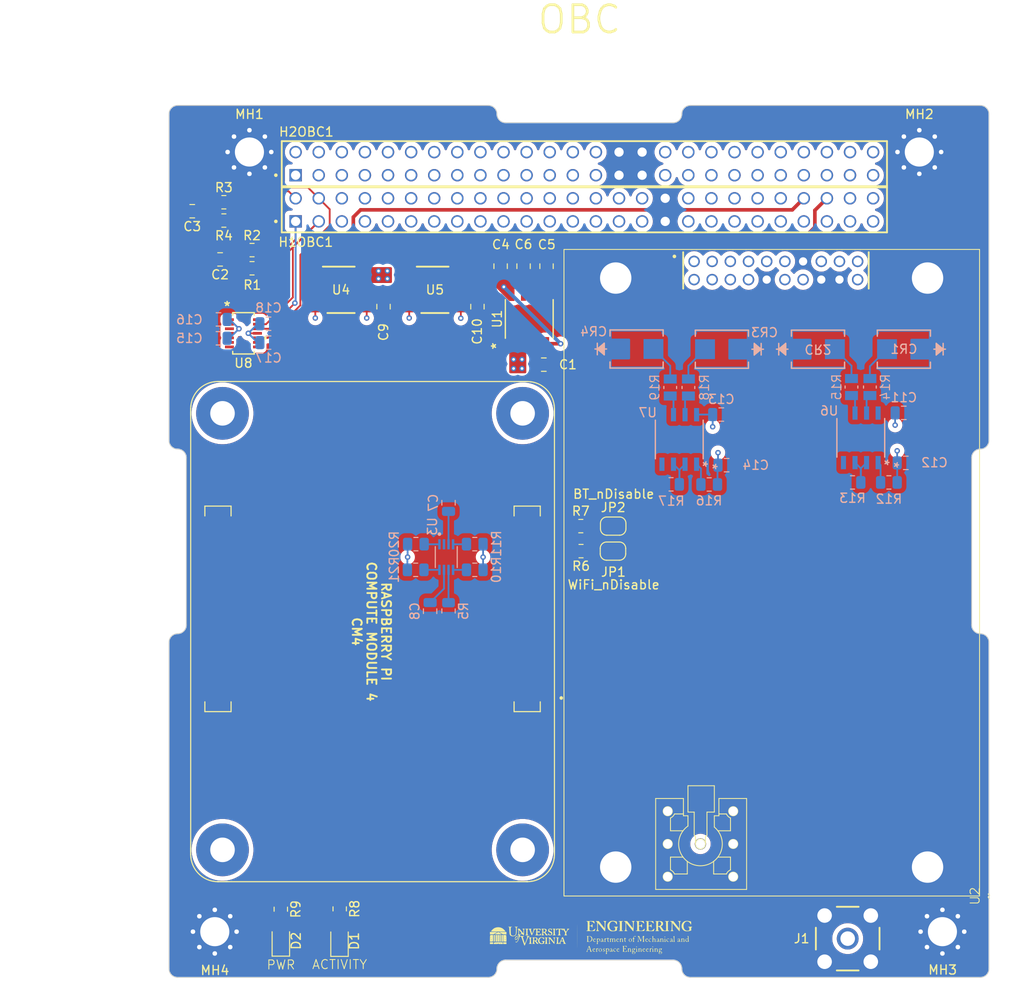
<source format=kicad_pcb>
(kicad_pcb (version 20241229) (generator "pcbnew") (generator_version "9.0")
  (title_block (title "HEDGE 2") (date "2025-06-29") (rev "V0.8") (company "University of Virginia") (comment 1 "Department of Mechanical and Aerospace Engineering"))
  (layers (0 "F.Cu" mixed) (4 "In1.Cu" mixed) (6 "In2.Cu" mixed) (2 "B.Cu" mixed) (13 "F.Paste" user) (15 "B.Paste" user) (5 "F.SilkS" user "F.Silkscreen") (7 "B.SilkS" user "B.Silkscreen") (1 "F.Mask" user) (3 "B.Mask" user) (25 "Edge.Cuts" user))
  (net 0 "")
  (net 24 "+3V3")
  (net 25 "GND")
  (net 43 "+5V_CM4")
  (net 56 "/UART_E_TX")
  (net 57 "/UART_E_RX")
  (net 58 "/UART_D_TX")
  (net 59 "/UART_D_RX")
  (net 60 "/UART_B_TX")
  (net 61 "Net-(U1-BYP)")
  (net 62 "/CAN_B_L")
  (net 63 "/UART_B_RX")
  (net 64 "/ENA_PWR_3")
  (net 65 "/PWR_3")
  (net 66 "/ENA_PWR_1")
  (net 67 "/UART_A_TX")
  (net 68 "/CAN_A_H")
  (net 69 "Net-(C2-Pad1)")
  (net 70 "/5V_PERM")
  (net 71 "/ENA_PWR_4")
  (net 72 "/PWR_4")
  (net 73 "/UART_A_RX")
  (net 74 "/ENA_PWR_2")
  (net 75 "Net-(C3-Pad1)")
  (net 76 "/CAN_A_L")
  (net 77 "/UART_C_TX")
  (net 78 "/UART_C_RX")
  (net 79 "/CAN_B_H")
  (net 80 "+5V_OEM719B")
  (net 81 "Net-(U1-REF)")
  (net 82 "/BATT")
  (net 83 "/DS_B")
  (net 84 "/ENA_PWR_7")
  (net 85 "/PWR_7")
  (net 86 "/RBF_A")
  (net 87 "/PWR_8")
  (net 88 "/PWR_5")
  (net 89 "/DS_A")
  (net 90 "/PWR_6")
  (net 91 "/ENA_PWR_6")
  (net 92 "/ENA_PWR_8")
  (net 93 "/RBF_B")
  (net 94 "/ENA_PWR_5")
  (net 95 "/DS_C")
  (net 96 "/RBF_C")
  (net 97 "Net-(U1-VREG)")
  (net 98 "+5V_MPU")
  (net 99 "+5V_GNSS")
  (net 100 "Net-(D1-A)")
  (net 101 "Net-(D2-A)")
  (net 104 "/GNSS_RXD1")
  (net 105 "/GNSS_TXD1")
  (net 106 "Net-(JP1-A)")
  (net 107 "Net-(JP2-B)")
  (net 108 "/UART_COMM_DIR")
  (net 111 "/GNSS_RXD2")
  (net 112 "Net-(Module1A-BT_nDisable)")
  (net 114 "/CAN_A_RXD")
  (net 116 "/GNSS_NRESET_IN")
  (net 120 "/PI_nLED_Activity")
  (net 125 "/CAN_B_S")
  (net 126 "Net-(Module1A-WiFi_nDisable)")
  (net 133 "/CAN_A_TXD")
  (net 142 "/UART_SCI_A")
  (net 165 "/CAN_B_RXD")
  (net 175 "/GNSS_TXD2")
  (net 176 "/CAN_A_S")
  (net 177 "/UART_SCI_DIR")
  (net 178 "/UART_SCI_B")
  (net 185 "/GNSS_PV")
  (net 191 "/nPWR_LED")
  (net 194 "/GNSS_PPS")
  (net 221 "/CAN_B_TXD")
  (net 244 "Net-(U6-B)")
  (net 245 "Net-(U6-A)")
  (net 246 "+3V3_OEM719B")
  (net 250 "Net-(U2-ANT)")
  (net 251 "/SCL0_3V3")
  (net 252 "/SDA0_3V3")
  (net 253 "/I2C_EN")
  (net 254 "Net-(U7-B)")
  (net 255 "Net-(U7-A)")
  (net 256 "/SCL0_5V")
  (net 257 "/SDA0_5V")
  (footprint "Capacitor_SMD:C_0805_2012Metric" (layer "F.Cu") (at 166.6625 101.175 180)
    (property "Reference" "C3")
    (property "Value" "0u1")
  )
  (footprint "TCAN1046AV:SOT23_DYY_TEX" (layer "F.Cu") (at 172.29305 114.600252)
    (property "Reference" "U8")
    (property "Value" "TCAN1046AVDYYRQ1")
  )
  (footprint "Capacitor_SMD:C_0805_2012Metric" (layer "F.Cu") (at 200.57 107.22 90)
    (property "Reference" "C4")
    (property "Value" "10u")
  )
  (footprint "Capacitor_SMD:C_0805_2012Metric" (layer "F.Cu") (at 169.725 106.475 180)
    (property "Reference" "C2")
    (property "Value" "0u1")
  )
  (footprint "Capacitor_SMD:C_0805_2012Metric" (layer "F.Cu") (at 203.095 107.22 90)
    (property "Reference" "C6")
    (property "Value" "1u")
  )
  (footprint "Resistor_SMD:R_0805_2012Metric" (layer "F.Cu") (at 176.4 177.925 -90)
    (property "Reference" "R9")
    (property "Value" "45")
  )
  (footprint "ESQ-126-39-G-D:SAMTEC_ESQ-126-39-G-D" (layer "F.Cu") (at 178.03 102.285)
    (property "Reference" "H1OBC1")
    (property "Value" "Conn_02x26_Odd_Even")
  )
  (footprint "Resistor_SMD:R_0805_2012Metric" (layer "F.Cu") (at 209.4125 138.55 180)
    (property "Reference" "R6")
    (property "Value" "1k")
  )
  (footprint "LED_SMD:LED_0805_2012Metric" (layer "F.Cu") (at 176.405 181.4025 90)
    (property "Reference" "D2")
    (property "Value" "LED RED")
  )
  (footprint "Resistor_SMD:R_0805_2012Metric" (layer "F.Cu") (at 173.2375 105.45)
    (property "Reference" "R2")
    (property "Value" "60")
  )
  (footprint "Resistor_SMD:R_0805_2012Metric" (layer "F.Cu") (at 182.875 177.8875 -90)
    (property "Reference" "R8")
    (property "Value" "39")
  )
  (footprint "ESQ-126-39-G-D:SAMTEC_ESQ-126-39-G-D" (layer "F.Cu") (at 178.03 97.205)
    (property "Reference" "H2OBC1")
    (property "Value" "Conn_02x26_Odd_Even")
  )
  (footprint "ADP7158ARDZ_3_3_R7:ADP7158ARDZ-3.3-R7_ADI" (layer "F.Cu") (at 203.72 113.02 90)
    (property "Reference" "U1")
    (property "Value" "ADP7158ARDZ-3.3-R7")
  )
  (footprint "Resistor_SMD:R_0805_2012Metric" (layer "F.Cu") (at 170.1375 102.2)
    (property "Reference" "R4")
    (property "Value" "60")
  )
  (footprint "SMA_J_P_H_RA_TH1:SAMTEC_SMA-J-P-X-RA-TH1" (layer "F.Cu") (at 238.735 181.16)
    (property "Reference" "J1")
    (property "Value" "SMA-J-P-X-RA-TH1")
  )
  (footprint "Capacitor_SMD:C_0805_2012Metric" (layer "F.Cu") (at 187.694999 111.67 90)
    (property "Reference" "C9")
    (property "Value" "0.1u")
  )
  (footprint "Capacitor_SMD:C_0805_2012Metric" (layer "F.Cu") (at 198.019999 111.67 90)
    (property "Reference" "C10")
    (property "Value" "0.1u")
  )
  (footprint "CM4102008:MODULE_CM4102008" (layer "F.Cu") (at 186.49 147.4 -90)
    (property "Reference" "Module1" (hide yes))
    (property "Value" "ComputeModule4")
  )
  (footprint "MountingHole:MountingHole_3.2mm_M3_Pad_Via" (layer "F.Cu") (at 172.95 94.665)
    (property "Reference" "MH1")
    (property "Value" "MountingHole_Pad" (hide yes))
  )
  (footprint "Capacitor_SMD:C_0805_2012Metric" (layer "F.Cu") (at 205.32 118.045 180)
    (property "Reference" "C1")
    (property "Value" "1u")
  )
  (footprint "OEM719B:OEM719B" (layer "F.Cu") (at 253.235 176.475 90)
    (property "Reference" "U2")
    (property "Value" "~")
  )
  (footprint "HEDGElogo:HEDGE-logo" (layer "F.Cu") (at 210.525 181.025)
    (property "Reference" "G***" (hide yes))
    (property "Value" "LOGO" (hide yes))
  )
  (footprint "Jumper:SolderJumper-2_P1.3mm_Open_RoundedPad1.0x1.5mm" (layer "F.Cu") (at 212.925 138.55)
    (property "Reference" "JP1")
    (property "Value" "WiFi_nDisable")
  )
  (footprint "Jumper:SolderJumper-2_P1.3mm_Bridged2Bar_RoundedPad1.0x1.5mm" (layer "F.Cu") (at 212.95 135.8 180)
    (property "Reference" "JP2")
    (property "Value" "BT_nDisable")
  )
  (footprint "MountingHole:MountingHole_3.2mm_M3_Pad_Via" (layer "F.Cu") (at 169.14 180.395)
    (property "Reference" "MH4")
    (property "Value" "MountingHole_Pad" (hide yes))
  )
  (footprint "INA260AIPWR:PW0016A_L" (layer "F.Cu") (at 193.345002 109.819999)
    (property "Reference" "U5")
    (property "Value" "INA260AIPWR")
  )
  (footprint "MountingHole:MountingHole_3.2mm_M3_Pad_Via" (layer "F.Cu") (at 246.61 94.665)
    (property "Reference" "MH2")
    (property "Value" "MountingHole_Pad" (hide yes))
  )
  (footprint "MountingHole:MountingHole_3.2mm_M3_Pad_Via" (layer "F.Cu") (at 249.15 180.395)
    (property "Reference" "MH3")
    (property "Value" "MountingHole_Pad" (hide yes))
  )
  (footprint "Resistor_SMD:R_0805_2012Metric" (layer "F.Cu") (at 173.2375 107.45 180)
    (property "Reference" "R1")
    (property "Value" "60")
  )
  (footprint "INA260AIPWR:PW0016A_L" (layer "F.Cu") (at 183.020002 109.819999)
    (property "Reference" "U4")
    (property "Value" "INA260AIPWR")
  )
  (footprint "Resistor_SMD:R_0805_2012Metric" (layer "F.Cu") (at 209.3875 135.8)
    (property "Reference" "R7")
    (property "Value" "1k")
  )
  (footprint "Capacitor_SMD:C_0805_2012Metric" (layer "F.Cu") (at 205.62 107.22 90)
    (property "Reference" "C5")
    (property "Value" "1u")
  )
  (footprint "LED_SMD:LED_0805_2012Metric" (layer "F.Cu") (at 182.855 181.4275 90)
    (property "Reference" "D1")
    (property "Value" "LED GREEN")
  )
  (footprint "Resistor_SMD:R_0805_2012Metric" (layer "F.Cu") (at 170.1375 100.1875 180)
    (property "Reference" "R3")
    (property "Value" "60")
  )
  (footprint "Resistor_SMD:R_0805_2012Metric" (layer "B.Cu") (at 243.2647 130.997902 180)
    (property "Reference" "R12")
    (property "Value" "10k")
  )
  (footprint "SMBJ43CA:SMBJSeries_LTF" (layer "B.Cu") (at 215.5208 116.325)
    (property "Reference" "CR4")
    (property "Value" "SMBJ43CA")
  )
  (footprint "TXS0102QDCURQ1:SOP50P310X90-8N" (layer "B.Cu") (at 194.5925 139.205 -90)
    (property "Reference" "U3")
    (property "Value" "TXS0102QDCURQ1")
  )
  (footprint "CRGP0805F10R:RESC2012X65N" (layer "B.Cu") (at 241.175 120.51 90)
    (property "Reference" "R14")
    (property "Value" "CRGP0805F10R")
  )
  (footprint "SMBJ43CA:SMBJSeries_LTF" (layer "B.Cu") (at 244.9126 116.345 180)
    (property "Reference" "CR1")
    (property "Value" "SMBJ43CA")
  )
  (footprint "CRGP0805F10R:RESC2012X65N" (layer "B.Cu") (at 219.2199 120.5583 90)
    (property "Reference" "R19")
    (property "Value" "CRGP0805F10R")
  )
  (footprint "Capacitor_SMD:C_0805_2012Metric" (layer "B.Cu") (at 244.9022 123.347902 180)
    (property "Reference" "C11")
    (property "Value" "100n")
  )
  (footprint "Resistor_SMD:R_0805_2012Metric" (layer "B.Cu") (at 197.73 137.7825)
    (property "Reference" "R11")
    (property "Value" "4k7")
  )
  (footprint "Capacitor_SMD:C_0805_2012Metric" (layer "B.Cu") (at 224.8375 123.5333 180)
    (property "Reference" "C13")
    (property "Value" "100n")
  )
  (footprint "Capacitor_SMD:C_0805_2012Metric" (layer "B.Cu") (at 169.55 115.15 180)
    (property "Reference" "C15")
    (property "Value" "4u7")
  )
  (footprint "Capacitor_SMD:C_0805_2012Metric" (layer "B.Cu") (at 192.8175 145.1575 -90)
    (property "Reference" "C8")
    (property "Value" "0u1")
  )
  (footprint "Resistor_SMD:R_0805_2012Metric" (layer "B.Cu") (at 194.8425 145.1325 90)
    (property "Reference" "R5")
    (property "Value" "10k")
  )
  (footprint "CRGP0805F10R:RESC2012X65N" (layer "B.Cu") (at 221.2199 120.5583 90)
    (property "Reference" "R18")
    (property "Value" "CRGP0805F10R")
  )
  (footprint "CRGP0805F10R:RESC2012X65N" (layer "B.Cu") (at 239.15 120.51 90)
    (property "Reference" "R15")
    (property "Value" "CRGP0805F10R")
  )
  (footprint "Resistor_SMD:R_0805_2012Metric" (layer "B.Cu") (at 191.255 137.7825 180)
    (property "Reference" "R20")
    (property "Value" "4k7")
  )
  (footprint "SN65HVD1782QDRQ1:D8_TEX" (layer "B.Cu") (at 220.2149 126.27245 90)
    (property "Reference" "U7")
    (property "Value" "SN65HVD1782QDRQ1")
  )
  (footprint "Capacitor_SMD:C_0805_2012Metric" (layer "B.Cu") (at 169.55 113.075 180)
    (property "Reference" "C16")
    (property "Value" "0u1")
  )
  (footprint "SMBJ43CA:SMBJSeries_LTF" (layer "B.Cu") (at 235.4708 116.345)
    (property "Reference" "CR2")
    (property "Value" "SMBJ43CA")
  )
  (footprint "Resistor_SMD:R_0805_2012Metric" (layer "B.Cu") (at 191.23 140.6075 180)
    (property "Reference" "R21")
    (property "Value" "4k7")
  )
  (footprint "Capacitor_SMD:C_0805_2012Metric" (layer "B.Cu") (at 175.05 115.625)
    (property "Reference" "C17")
    (property "Value" "4u7")
  )
  (footprint "Capacitor_SMD:C_0805_2012Metric" (layer "B.Cu") (at 194.8425 133.2325 -90)
    (property "Reference" "C7")
    (property "Value" "0u1")
  )
  (footprint "Resistor_SMD:R_0805_2012Metric" (layer "B.Cu") (at 197.73 140.6075)
    (property "Reference" "R10")
    (property "Value" "4k7")
  )
  (footprint "SMBJ43CA:SMBJSeries_LTF" (layer "B.Cu") (at 224.9 116.35 180)
    (property "Reference" "CR3")
    (property "Value" "SMBJ43CA")
  )
  (footprint "Capacitor_SMD:C_0805_2012Metric" (layer "B.Cu") (at 175.05 113.55)
    (property "Reference" "C18")
    (property "Value" "0u1")
  )
  (footprint "Capacitor_SMD:C_0805_2012Metric" (layer "B.Cu") (at 245.1272 128.847902 180)
    (property "Reference" "C12")
    (property "Value" "100n")
  )
  (footprint "Capacitor_SMD:C_0805_2012Metric" (layer "B.Cu") (at 225.425 129.1 180)
    (property "Reference" "C14")
    (property "Value" "100n")
  )
  (footprint "Resistor_SMD:R_0805_2012Metric" (layer "B.Cu") (at 239.2647 130.997902 180)
    (property "Reference" "R13")
    (property "Value" "10k")
  )
  (footprint "SN65HVD1782QDRQ1:D8_TEX" (layer "B.Cu") (at 240.175 126.095 90)
    (property "Reference" "U6")
    (property "Value" "SN65HVD1782QDRQ1")
  )
  (footprint "Resistor_SMD:R_0805_2012Metric" (layer "B.Cu") (at 223.5074 131.2233 180)
    (property "Reference" "R16")
    (property "Value" "10k")
  )
  (footprint "Resistor_SMD:R_0805_2012Metric" (layer "B.Cu") (at 219.3125 131.2083 180)
    (property "Reference" "R17")
    (property "Value" "10k")
  )
  (gr_arc (start 253.319999 147.627499) (mid 252.646481 147.348518) (end 252.367499 146.674999) (stroke (width 0.1)) (layer "Edge.Cuts"))
  (gr_arc (start 166.007499 146.674999) (mid 165.728519 147.348519) (end 165.054999 147.627499) (stroke (width 0.1)) (layer "Edge.Cuts"))
  (gr_arc (start 253.319999 89.537699) (mid 253.993519 89.816679) (end 254.272499 90.490199) (stroke (width 0.1)) (layer "Edge.Cuts"))
  (gr_line (start 164.102499 90.490199) (end 164.102499 126.380399) (stroke (width 0.1)) (layer "Edge.Cuts"))
  (gr_arc (start 254.272499 126.380399) (mid 253.993519 127.053919) (end 253.319999 127.332899) (stroke (width 0.1)) (layer "Edge.Cuts"))
  (gr_arc (start 164.102499 148.579999) (mid 164.38148 147.90648) (end 165.054999 147.627499) (stroke (width 0.1)) (layer "Edge.Cuts"))
  (gr_line (start 221.442999 89.537699) (end 253.319999 89.537699) (stroke (width 0.1)) (layer "Edge.Cuts"))
  (gr_line (start 165.054999 89.537699) (end 199.217999 89.537699) (stroke (width 0.1)) (layer "Edge.Cuts"))
  (gr_arc (start 252.367499 128.285399) (mid 252.64648 127.61188) (end 253.319999 127.332899) (stroke (width 0.1)) (layer "Edge.Cuts"))
  (gr_arc (start 219.537999 183.517699) (mid 220.211519 183.796679) (end 220.490499 184.470199) (stroke (width 0.1)) (layer "Edge.Cuts"))
  (gr_line (start 254.272499 90.490199) (end 254.272499 126.380399) (stroke (width 0.1)) (layer "Edge.Cuts"))
  (gr_line (start 201.122999 183.517699) (end 219.537999 183.517699) (stroke (width 0.1)) (layer "Edge.Cuts"))
  (gr_arc (start 165.054999 127.332899) (mid 165.728519 127.611879) (end 166.007499 128.285399) (stroke (width 0.1)) (layer "Edge.Cuts"))
  (gr_line (start 166.007499 128.285399) (end 166.007499 146.674999) (stroke (width 0.1)) (layer "Edge.Cuts"))
  (gr_arc (start 220.490499 90.490199) (mid 220.76948 89.81668) (end 221.442999 89.537699) (stroke (width 0.1)) (layer "Edge.Cuts"))
  (gr_arc (start 200.170499 184.470199) (mid 199.891519 185.143719) (end 199.217999 185.422699) (stroke (width 0.1)) (layer "Edge.Cuts"))
  (gr_line (start 165.054999 185.422699) (end 199.217999 185.422699) (stroke (width 0.1)) (layer "Edge.Cuts"))
  (gr_arc (start 199.217999 89.537699) (mid 199.891519 89.816679) (end 200.170499 90.490199) (stroke (width 0.1)) (layer "Edge.Cuts"))
  (gr_arc (start 164.102499 90.490199) (mid 164.38148 89.81668) (end 165.054999 89.537699) (stroke (width 0.1)) (layer "Edge.Cuts"))
  (gr_arc (start 253.319999 147.627499) (mid 253.993519 147.906479) (end 254.272499 148.579999) (stroke (width 0.1)) (layer "Edge.Cuts"))
  (gr_arc (start 201.122999 91.442699) (mid 200.449481 91.163718) (end 200.170499 90.490199) (stroke (width 0.1)) (layer "Edge.Cuts"))
  (gr_arc (start 165.054999 127.332899) (mid 164.381481 127.053918) (end 164.102499 126.380399) (stroke (width 0.1)) (layer "Edge.Cuts"))
  (gr_line (start 252.367499 128.285399) (end 252.367499 146.674999) (stroke (width 0.1)) (layer "Edge.Cuts"))
  (gr_arc (start 221.442999 185.422699) (mid 220.769481 185.143718) (end 220.490499 184.470199) (stroke (width 0.1)) (layer "Edge.Cuts"))
  (gr_line (start 221.442999 185.422699) (end 253.319999 185.422699) (stroke (width 0.1)) (layer "Edge.Cuts"))
  (gr_line (start 254.272499 148.579999) (end 254.272499 184.470199) (stroke (width 0.1)) (layer "Edge.Cuts"))
  (gr_line (start 201.122999 91.442699) (end 219.537999 91.442699) (stroke (width 0.1)) (layer "Edge.Cuts"))
  (gr_arc (start 200.170499 184.470199) (mid 200.44948 183.79668) (end 201.122999 183.517699) (stroke (width 0.1)) (layer "Edge.Cuts"))
  (gr_line (start 164.102499 148.579999) (end 164.102499 184.470199) (stroke (width 0.1)) (layer "Edge.Cuts"))
  (gr_arc (start 165.054999 185.422699) (mid 164.381481 185.143718) (end 164.102499 184.470199) (stroke (width 0.1)) (layer "Edge.Cuts"))
  (gr_arc (start 220.490499 90.490199) (mid 220.211519 91.163719) (end 219.537999 91.442699) (stroke (width 0.1)) (layer "Edge.Cuts"))
  (gr_arc (start 254.272499 184.470199) (mid 253.993519 185.143719) (end 253.319999 185.422699) (stroke (width 0.1)) (layer "Edge.Cuts"))
  (gr_text "ACTIVITY" (at 179.78 184.59 0) (layer "F.SilkS") (effects (font (size 1 1) (thickness 0.1)) (justify left bottom)))
  (gr_text "PWR" (at 174.78 184.6275 0) (layer "F.SilkS") (effects (font (size 1 1) (thickness 0.1)) (justify left bottom)))
  (gr_text "OBC" (at 204.466071 81.85 0) (layer "F.SilkS") (effects (font (size 3 3) (thickness 0.3) (bold yes)) (justify left bottom)))
  (via (at 198.6425 139.2075) (size 0.6) (drill 0.3) (layers "F.Cu" "B.Cu") (net 24))
  (via (at 171.8 114.1) (size 0.6) (drill 0.3) (layers "F.Cu" "B.Cu") (net 24))
  (segment (start 198.6425 137.7825) (end 198.6425 139.2075) (width 0.2) (layer "B.Cu") (net 24))
  (segment (start 198.6425 140.6075) (end 198.6425 139.2075) (width 0.2) (layer "B.Cu") (net 24))
  (segment (start 194.8425 134.1825) (end 194.8425 137.8) (width 0.2) (layer "B.Cu") (net 24))
  (segment (start 170.5 115.15) (end 170.75 115.15) (width 0.2) (layer "B.Cu") (net 24))
  (segment (start 170.5 113.075) (end 170.775 113.075) (width 0.2) (layer "B.Cu") (net 24))
  (segment (start 170.775 113.075) (end 171.8 114.1) (width 0.2) (layer "B.Cu") (net 24))
  (segment (start 170.75 115.15) (end 171.8 114.1) (width 0.2) (layer "B.Cu") (net 24))
  (segment (start 190.495 110.795001) (end 196.194999 110.795001) (width 0.2) (layer "F.Cu") (net 25))
  (segment (start 172.825 114.600252) (end 173.8361 114.600252) (width 0.2) (layer "F.Cu") (net 43))
  (via (at 224.475 127.725) (size 0.6) (drill 0.3) (layers "F.Cu" "B.Cu") (net 43))
  (via (at 172.825 114.600252) (size 0.6) (drill 0.3) (layers "F.Cu" "B.Cu") (net 43))
  (via (at 188.12 107.745) (size 0.6) (drill 0.3) (layers "F.Cu" "B.Cu") (net 43))
  (via (at 243.95 124.695) (size 0.6) (drill 0.3) (layers "F.Cu" "B.Cu") (net 43))
  (via (at 244.175 127.52) (size 0.6) (drill 0.3) (layers "F.Cu" "B.Cu") (net 43))
  (via (at 223.8875 124.875) (size 0.6) (drill 0.3) (layers "F.Cu" "B.Cu") (net 43))
  (via (at 187.145 108.595) (size 0.6) (drill 0.3) (layers "F.Cu" "B.Cu") (net 43))
  (via (at 188.12 108.595) (size 0.6) (drill 0.3) (layers "F.Cu" "B.Cu") (net 43))
  (via (at 187.145 107.745) (size 0.6) (drill 0.3) (layers "F.Cu" "B.Cu") (net 43))
  (segment (start 222.1349 123.5333) (end 222.1199 123.5483) (width 0.2) (layer "B.Cu") (net 43))
  (segment (start 224.4199 131.2233) (end 224.4199 129.1551) (width 0.2) (layer "B.Cu") (net 43))
  (segment (start 173.849748 115.625) (end 172.825 114.600252) (width 0.2) (layer "B.Cu") (net 43))
  (segment (start 223.8875 123.5333) (end 222.1349 123.5333) (width 0.2) (layer "B.Cu") (net 43))
  (segment (start 224.475 127.725) (end 224.475 129.1) (width 0.2) (layer "B.Cu") (net 43))
  (segment (start 244.1772 130.997902) (end 244.1772 128.847902) (width 0.2) (layer "B.Cu") (net 43))
  (segment (start 224.4199 129.3907) (end 224.4125 129.3833) (width 0.2) (layer "B.Cu") (net 43))
  (segment (start 244.175 127.52) (end 244.175 128.845702) (width 0.2) (layer "B.Cu") (net 43))
  (segment (start 244.175 128.845702) (end 244.1772 128.847902) (width 0.2) (layer "B.Cu") (net 43))
  (segment (start 223.8875 124.875) (end 223.8875 123.5333) (width 0.2) (layer "B.Cu") (net 43))
  (segment (start 243.95 123.350102) (end 243.9522 123.347902) (width 0.2) (layer "B.Cu") (net 43))
  (segment (start 174.1 115.625) (end 173.849748 115.625) (width 0.2) (layer "B.Cu") (net 43))
  (segment (start 174.1 113.55) (end 173.875252 113.55) (width 0.2) (layer "B.Cu") (net 43))
  (segment (start 243.95 124.695) (end 243.95 123.350102) (width 0.2) (layer "B.Cu") (net 43))
  (segment (start 224.4199 129.1551) (end 224.475 129.1) (width 0.2) (layer "B.Cu") (net 43))
  (segment (start 173.875252 113.55) (end 172.825 114.600252) (width 0.2) (layer "B.Cu") (net 43))
  (segment (start 241.175 118.2284) (end 243.0584 116.345) (width 0.2) (layer "B.Cu") (net 56))
  (segment (start 241.175 119.575) (end 241.175 118.2284) (width 0.2) (layer "B.Cu") (net 56))
  (segment (start 239.15 119.575) (end 239.15 118.17) (width 0.2) (layer "B.Cu") (net 57))
  (segment (start 239.15 118.17) (end 237.325 116.345) (width 0.2) (layer "B.Cu") (net 57))
  (segment (start 221.2199 118.1759) (end 223.0458 116.35) (width 0.2) (layer "B.Cu") (net 58))
  (segment (start 221.2199 119.6233) (end 221.2199 118.1759) (width 0.2) (layer "B.Cu") (net 58))
  (segment (start 219.2199 118.1699) (end 217.375 116.325) (width 0.2) (layer "B.Cu") (net 59))
  (segment (start 219.2199 119.6233) (end 219.2199 118.1699) (width 0.2) (layer "B.Cu") (net 59))
  (segment (start 204.355 115.74415) (end 204.355 118.03) (width 0.2) (layer "F.Cu") (net 61))
  (segment (start 204.355 118.03) (end 204.37 118.045) (width 0.2) (layer "F.Cu") (net 61))
  (segment (start 171.05 102.2) (end 174.274 98.976) (width 0.2) (layer "F.Cu") (net 62))
  (segment (start 177.251 98.976) (end 178.03 99.755) (width 0.2) (layer "F.Cu") (net 62))
  (segment (start 174.274 98.976) (end 177.251 98.976) (width 0.2) (layer "F.Cu") (net 62))
  (segment (start 173.8361 113.6) (end 174.775 113.6) (width 0.2) (layer "F.Cu") (net 68))
  (segment (start 177.725 110.65) (end 177.725 105.14) (width 0.2) (layer "F.Cu") (net 68))
  (segment (start 174.15 107.45) (end 175.425 107.45) (width 0.2) (layer "F.Cu") (net 68))
  (segment (start 175.425 107.45) (end 180.57 102.305) (width 0.2) (layer "F.Cu") (net 68))
  (segment (start 177.725 105.14) (end 180.57 102.295) (width 0.2) (layer "F.Cu") (net 68))
  (segment (start 174.775 113.6) (end 177.725 110.65) (width 0.2) (layer "F.Cu") (net 68))
  (segment (start 180.57 102.305) (end 180.57 102.295) (width 0.2) (layer "F.Cu") (net 68))
  (segment (start 170.675 106.475) (end 171.7 105.45) (width 0.2) (layer "F.Cu") (net 69))
  (segment (start 171.65 107.45) (end 172.325 107.45) (width 0.2) (layer "F.Cu") (net 69))
  (segment (start 170.675 106.475) (end 171.65 107.45) (width 0.2) (layer "F.Cu") (net 69))
  (segment (start 171.7 105.45) (end 172.325 105.45) (width 0.2) (layer "F.Cu") (net 69))
  (segment (start 167.6125 101.175) (end 168.6375 102.2) (width 0.2) (layer "F.Cu") (net 75))
  (segment (start 167.6125 101.175) (end 168.6 100.1875) (width 0.2) (layer "F.Cu") (net 75))
  (segment (start 168.6375 102.2) (end 169.225 102.2) (width 0.2) (layer "F.Cu") (net 75))
  (segment (start 168.6 100.1875) (end 169.225 100.1875) (width 0.2) (layer "F.Cu") (net 75))
  (segment (start 174.15 105.45) (end 176.8479 105.45) (width 0.2) (layer "F.Cu") (net 76))
  (segment (start 173.8361 114.100126) (end 175.124874 114.100126) (width 0.2) (layer "F.Cu") (net 76))
  (segment (start 178.03 104.2679) (end 178.03 102.295) (width 0.2) (layer "F.Cu") (net 76))
  (segment (start 175.124874 114.100126) (end 177.95 111.275) (width 0.2) (layer "F.Cu") (net 76))
  (segment (start 176.8479 105.45) (end 178.03 104.2679) (width 0.2) (layer "F.Cu") (net 76))
  (via (at 177.95 111.275) (size 0.6) (drill 0.3) (layers "F.Cu" "B.Cu") (net 76))
  (segment (start 177.95 111.275) (end 178.03 111.195) (width 0.2) (layer "B.Cu") (net 76))
  (segment (start 178.03 111.195) (end 178.03 102.295) (width 0.2) (layer "B.Cu") (net 76))
  (segment (start 178.551 105.974) (end 181.775 102.75) (width 0.2) (layer "F.Cu") (net 79))
  (segment (start 179.39 98.575) (end 180.57 99.755) (width 0.2) (layer "F.Cu") (net 79))
  (segment (start 178.551 111.523943) (end 178.551 105.974) (width 0.2) (layer "F.Cu") (net 79))
  (segment (start 171.05 100.1875) (end 172.6625 98.575) (width 0.2) (layer "F.Cu") (net 79))
  (segment (start 181.775 100.96) (end 180.57 99.755) (width 0.2) (layer "F.Cu") (net 79))
  (segment (start 172.6625 98.575) (end 179.39 98.575) (width 0.2) (layer "F.Cu") (net 79))
  (segment (start 181.775 102.75) (end 181.775 100.96) (width 0.2) (layer "F.Cu") (net 79))
  (segment (start 174.974565 115.100378) (end 178.551 111.523943) (width 0.2) (layer "F.Cu") (net 79))
  (segment (start 173.8361 115.100378) (end 174.974565 115.100378) (width 0.2) (layer "F.Cu") (net 79))
  (segment (start 201.815 109.415) (end 200.57 108.17) (width 0.4) (layer "F.Cu") (net 80))
  (segment (start 201.815 110.29585) (end 201.815 109.415) (width 0.4) (layer "F.Cu") (net 80))
  (segment (start 207.17 115.745) (end 205.62585 115.745) (width 0.4) (layer "F.Cu") (net 80))
  (segment (start 205.62585 115.745) (end 205.625 115.74415) (width 0.4) (layer "F.Cu") (net 80))
  (via (at 200.92 109.495) (size 0.6) (drill 0.3) (layers "F.Cu" "B.Cu") (net 80))
  (via (at 207.17 115.745) (size 0.6) (drill 0.3) (layers "F.Cu" "B.Cu") (net 80))
  (segment (start 200.92 109.495) (end 207.17 115.745) (width 0.4) (layer "B.Cu") (net 80))
  (segment (start 205.625 110.29585) (end 205.625 108.175) (width 0.2) (layer "F.Cu") (net 81))
  (segment (start 205.62 108.17) (end 205.62 109.03085) (width 0.2) (layer "F.Cu") (net 81))
  (segment (start 205.62 109.03085) (end 204.355 110.29585) (width 0.2) (layer "F.Cu") (net 81))
  (segment (start 205.625 108.175) (end 205.62 108.17) (width 0.2) (layer "F.Cu") (net 81))
  (segment (start 203.085 110.29585) (end 203.085 108.18) (width 0.2) (layer "F.Cu") (net 97))
  (segment (start 203.085 108.18) (end 203.095 108.17) (width 0.2) (layer "F.Cu") (net 97))
  (segment (start 187.119999 110.145) (end 187.694999 110.72) (width 0.4) (layer "F.Cu") (net 98))
  (segment (start 185.869999 111.445) (end 186.969999 111.445) (width 0.4) (layer "F.Cu") (net 98))
  (segment (start 185.175 101.025) (end 232.64 101.025) (width 0.4) (layer "F.Cu") (net 98))
  (segment (start 186.969999 111.445) (end 187.694999 110.72) (width 0.4) (layer "F.Cu") (net 98))
  (segment (start 232.64 101.025) (end 233.91 99.755) (width 0.4) (layer "F.Cu") (net 98))
  (segment (start 184.375 103.34) (end 184.375 101.825) (width 0.4) (layer "F.Cu") (net 98))
  (segment (start 185.295 110.145) (end 185.869999 110.145) (width 0.4) (layer "F.Cu") (net 98))
  (segment (start 185.869999 110.145) (end 187.119999 110.145) (width 0.4) (layer "F.Cu") (net 98))
  (segment (start 180.17 107.545) (end 182.695 107.545) (width 0.4) (layer "F.Cu") (net 98))
  (segment (start 182.695 107.545) (end 185.295 110.145) (width 0.4) (layer "F.Cu") (net 98))
  (segment (start 180.17 107.545) (end 184.375 103.34) (width 0.4) (layer "F.Cu") (net 98))
  (segment (start 184.375 101.825) (end 185.175 101.025) (width 0.4) (layer "F.Cu") (net 98))
  (via (at 190.3425 139.2075) (size 0.6) (drill 0.3) (layers "F.Cu" "B.Cu") (net 98))
  (segment (start 190.3175 139.2325) (end 190.3425 139.2075) (width 0.2) (layer "B.Cu") (net 98))
  (segment (start 190.3175 140.6075) (end 190.3175 139.2325) (width 0.2) (layer "B.Cu") (net 98))
  (segment (start 194.3425 140.61) (end 194.3425 142.6825) (width 0.2) (layer "B.Cu") (net 98))
  (segment (start 194.3425 142.6825) (end 192.8175 144.2075) (width 0.2) (layer "B.Cu") (net 98))
  (segment (start 190.3425 137.7825) (end 190.3425 139.2075) (width 0.2) (layer "B.Cu") (net 98))
  (segment (start 235.125 102.925) (end 234.3 103.75) (width 0.4) (layer "F.Cu") (net 99))
  (segment (start 236.45 99.755) (end 235.125 101.08) (width 0.4) (layer "F.Cu") (net 99))
  (segment (start 234.3 103.75) (end 194.29 103.75) (width 0.4) (layer "F.Cu") (net 99))
  (segment (start 190.495 107.545) (end 193.045 107.545) (width 0.4) (layer "F.Cu") (net 99))
  (segment (start 193.045 107.545) (end 195.645 110.145) (width 0.4) (layer "F.Cu") (net 99))
  (segment (start 197.294999 111.445) (end 198.019999 110.72) (width 0.4) (layer "F.Cu") (net 99))
  (segment (start 195.645 110.145) (end 196.194999 110.145) (width 0.4) (layer "F.Cu") (net 99))
  (segment (start 235.125 101.08) (end 235.125 102.925) (width 0.4) (layer "F.Cu") (net 99))
  (segment (start 196.194999 110.145) (end 197.444999 110.145) (width 0.4) (layer "F.Cu") (net 99))
  (segment (start 196.194999 111.445) (end 197.294999 111.445) (width 0.4) (layer "F.Cu") (net 99))
  (segment (start 197.444999 110.145) (end 198.019999 110.72) (width 0.4) (layer "F.Cu") (net 99))
  (segment (start 194.29 103.75) (end 190.495 107.545) (width 0.4) (layer "F.Cu") (net 99))
  (segment (start 220.225 131.2083) (end 220.225 129.6417) (width 0.2) (layer "B.Cu") (net 108))
  (segment (start 220.225 129.6215) (end 220.8499 128.9966) (width 0.2) (layer "B.Cu") (net 108))
  (segment (start 220.225 131.2083) (end 220.225 129.6215) (width 0.2) (layer "B.Cu") (net 108))
  (segment (start 220.225 129.6417) (end 219.5799 128.9966) (width 0.2) (layer "B.Cu") (net 108))
  (segment (start 205.525 136.8) (end 207.15 136.8) (width 0.2) (layer "F.Cu") (net 112))
  (segment (start 208.15 135.8) (end 208.475 135.8) (width 0.2) (layer "F.Cu") (net 112))
  (segment (start 207.15 136.8) (end 208.15 135.8) (width 0.2) (layer "F.Cu") (net 112))
  (segment (start 205.525 137.2) (end 207.15 137.2) (width 0.2) (layer "F.Cu") (net 126))
  (segment (start 207.15 137.2) (end 208.5 138.55) (width 0.2) (layer "F.Cu") (net 126))
  (segment (start 240.1772 130.997902) (end 240.1772 129.45195) (width 0.2) (layer "B.Cu") (net 177))
  (segment (start 240.1772 129.45195) (end 240.81 128.81915) (width 0.2) (layer "B.Cu") (net 177))
  (segment (start 240.1772 130.997902) (end 240.1772 129.45635) (width 0.2) (layer "B.Cu") (net 177))
  (segment (start 240.1772 129.45635) (end 239.54 128.81915) (width 0.2) (layer "B.Cu") (net 177))
  (segment (start 222.5949 131.2233) (end 222.5949 129.4716) (width 0.2) (layer "B.Cu") (net 178))
  (segment (start 242.3522 129.09135) (end 242.08 128.81915) (width 0.2) (layer "B.Cu") (net 178))
  (segment (start 242.3522 130.997902) (end 242.3522 129.09135) (width 0.2) (layer "B.Cu") (net 178))
  (segment (start 222.5949 129.4716) (end 222.1199 128.9966) (width 0.2) (layer "B.Cu") (net 178))
  (segment (start 240.81 123.37085) (end 240.81 121.81) (width 0.2) (layer "B.Cu") (net 244))
  (segment (start 240.81 121.81) (end 241.175 121.445) (width 0.2) (layer "B.Cu") (net 244))
  (segment (start 239.54 123.37085) (end 239.54 121.835) (width 0.2) (layer "B.Cu") (net 245))
  (segment (start 239.54 121.835) (end 239.15 121.445) (width 0.2) (layer "B.Cu") (net 245))
  (via (at 202.92 118.47) (size 0.6) (drill 0.3) (layers "F.Cu" "B.Cu") (net 246))
  (via (at 201.995 118.47) (size 0.6) (drill 0.3) (layers "F.Cu" "B.Cu") (net 246))
  (via (at 201.995 117.47) (size 0.6) (drill 0.3) (layers "F.Cu" "B.Cu") (net 246))
  (via (at 202.92 117.47) (size 0.6) (drill 0.3) (layers "F.Cu" "B.Cu") (net 246))
  (segment (start 196.815 140.61) (end 196.8175 140.6075) (width 0.2) (layer "B.Cu") (net 251))
  (segment (start 195.3425 140.61) (end 196.815 140.61) (width 0.2) (layer "B.Cu") (net 251))
  (segment (start 196.8 137.8) (end 196.8175 137.7825) (width 0.2) (layer "B.Cu") (net 252))
  (segment (start 195.3425 137.8) (end 196.8 137.8) (width 0.2) (layer "B.Cu") (net 252))
  (segment (start 194.8425 140.61) (end 194.8425 144.22) (width 0.2) (layer "B.Cu") (net 253))
  (segment (start 220.8499 121.8633) (end 221.2199 121.4933) (width 0.2) (layer "B.Cu") (net 254))
  (segment (start 220.8499 123.5483) (end 220.8499 121.8633) (width 0.2) (layer "B.Cu") (net 254))
  (segment (start 219.5799 123.5483) (end 219.5799 121.8533) (width 0.2) (layer "B.Cu") (net 255))
  (segment (start 219.5799 121.8533) (end 219.2199 121.4933) (width 0.2) (layer "B.Cu") (net 255))
  (segment (start 196.195 112.945) (end 196.194999 112.095001) (width 0.2) (layer "F.Cu") (net 256))
  (segment (start 185.845 112.12) (end 185.869999 112.095001) (width 0.2) (layer "F.Cu") (net 256))
  (segment (start 185.845 112.92) (end 185.845 112.12) (width 0.2) (layer "F.Cu") (net 256))
  (via (at 185.845 112.92) (size 0.6) (drill 0.3) (layers "F.Cu" "B.Cu") (net 256))
  (via (at 196.195 112.945) (size 0.6) (drill 0.3) (layers "F.Cu" "B.Cu") (net 256))
  (segment (start 192.185 137.8) (end 192.1675 137.7825) (width 0.2) (layer "B.Cu") (net 256))
  (segment (start 193.8425 137.8) (end 192.185 137.8) (width 0.2) (layer "B.Cu") (net 256))
  (segment (start 190.52 112.120001) (end 190.495 112.095001) (width 0.2) (layer "F.Cu") (net 257))
  (segment (start 180.195 112.92) (end 180.195 112.120001) (width 0.2) (layer "F.Cu") (net 257))
  (segment (start 180.195 112.120001) (end 180.17 112.095001) (width 0.2) (layer "F.Cu") (net 257))
  (segment (start 190.52 112.92) (end 190.52 112.120001) (width 0.2) (layer "F.Cu") (net 257))
  (via (at 190.52 112.92) (size 0.6) (drill 0.3) (layers "F.Cu" "B.Cu") (net 257))
  (via (at 180.195 112.92) (size 0.6) (drill 0.3) (layers "F.Cu" "B.Cu") (net 257))
  (segment (start 192.145 140.61) (end 192.1425 140.6075) (width 0.2) (layer "B.Cu") (net 257))
  (segment (start 193.8425 140.61) (end 192.145 140.61) (width 0.2) (layer "B.Cu") (net 257))
  (zone (net 25) (net_name "GND") (layer "F.Cu") (connect_pads yes (clearance 0.5)) (min_thickness 0.25) (fill yes (thermal_gap 0.5) (thermal_bridge_width 0.5) (smoothing fillet) (radius 0.5))
    (polygon (pts (xy 164.085 89.5) (xy 254.285 89.5) (xy 254.285 185.5) (xy 164.085 185.5)))
  )
  (zone (net 80) (net_name "+5V_OEM719B") (layer "F.Cu") (priority 1) (connect_pads yes (clearance 0.2)) (min_thickness 0.25) (fill yes (thermal_gap 0.5) (thermal_bridge_width 0.5))
    (polygon (pts (xy 195.569999 107.32) (xy 201.47 107.32) (xy 201.47 108.67) (xy 202.095 109.395) (xy 202.095 111.045) (xy 201.52 111.045) (xy 199.57 109.07) (xy 195.569999 109.07)))
  )
  (zone (net 98) (net_name "+5V_MPU") (layer "F.Cu") (priority 6) (connect_pads yes (clearance 0.2)) (min_thickness 0.25) (fill yes (thermal_gap 0.5) (thermal_bridge_width 0.5) (smoothing chamfer))
    (polygon (pts (xy 179.575 109.05) (xy 179.575 107.35) (xy 180.775 107.35) (xy 180.775 109.05)))
  )
  (zone (net 246) (net_name "+3V3_OEM719B") (layer "F.Cu") (priority 2) (connect_pads yes (clearance 0.2)) (min_thickness 0.25) (fill yes (thermal_gap 0.5) (thermal_bridge_width 0.5))
    (polygon (pts (xy 201.52 114.995) (xy 201.52 118.995) (xy 203.395 118.995) (xy 203.395 114.995)))
  )
  (zone (net 43) (net_name "+5V_CM4") (layer "F.Cu") (priority 3) (connect_pads yes (clearance 0.2)) (min_thickness 0.25) (fill yes (thermal_gap 0.5) (thermal_bridge_width 0.5))
    (polygon (pts (xy 185.245 107.32) (xy 188.62 107.32) (xy 188.62 109.07) (xy 185.27 109.07)))
  )
  (zone (net 25) (net_name "GND") (layer "B.Cu") (connect_pads yes (clearance 0.5)) (min_thickness 0.25) (fill yes (thermal_gap 0.5) (thermal_bridge_width 0.5) (smoothing fillet) (radius 0.5))
    (polygon (pts (xy 164.085 89.5) (xy 254.285 89.5) (xy 254.285 185.5) (xy 164.085 185.5)))
  )
)
</source>
